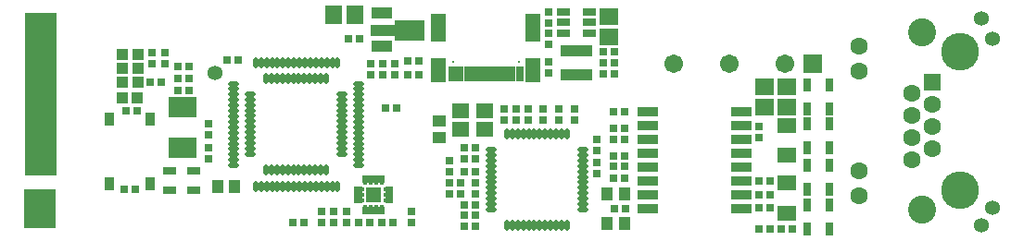
<source format=gts>
G04*
G04 #@! TF.GenerationSoftware,Altium Limited,Altium Designer,18.1.7 (191)*
G04*
G04 Layer_Color=8388736*
%FSLAX44Y44*%
%MOMM*%
G71*
G01*
G75*
%ADD47R,2.8750X3.6750*%
%ADD48R,2.8750X14.9250*%
%ADD49R,0.8032X0.8032*%
%ADD50R,2.8032X1.9032*%
%ADD51R,1.9032X1.1032*%
%ADD52R,2.7032X1.1032*%
%ADD53R,0.6532X1.2032*%
%ADD54R,1.7032X1.5032*%
%ADD55R,0.8032X0.8032*%
%ADD56R,1.2032X0.7532*%
%ADD57R,1.2032X0.7532*%
%ADD58R,2.9032X1.0032*%
%ADD59R,1.0032X1.0032*%
%ADD60R,1.2032X0.6532*%
%ADD61R,1.7032X1.4032*%
%ADD62R,1.1332X1.1832*%
%ADD63R,0.4832X0.4832*%
%ADD64O,0.4832X0.8632*%
%ADD65O,0.8632X0.4832*%
%ADD66R,1.4532X1.4532*%
%ADD67R,1.5032X1.7032*%
%ADD68R,2.4532X0.5532*%
%ADD69R,0.8032X1.3532*%
%ADD70R,0.5032X1.3532*%
%ADD71R,0.9032X1.3032*%
G04:AMPARAMS|DCode=72|XSize=0.5032mm|YSize=1.0032mm|CornerRadius=0.1766mm|HoleSize=0mm|Usage=FLASHONLY|Rotation=180.000|XOffset=0mm|YOffset=0mm|HoleType=Round|Shape=RoundedRectangle|*
%AMROUNDEDRECTD72*
21,1,0.5032,0.6500,0,0,180.0*
21,1,0.1500,1.0032,0,0,180.0*
1,1,0.3532,-0.0750,0.3250*
1,1,0.3532,0.0750,0.3250*
1,1,0.3532,0.0750,-0.3250*
1,1,0.3532,-0.0750,-0.3250*
%
%ADD72ROUNDEDRECTD72*%
G04:AMPARAMS|DCode=73|XSize=0.5032mm|YSize=1.0032mm|CornerRadius=0.1766mm|HoleSize=0mm|Usage=FLASHONLY|Rotation=90.000|XOffset=0mm|YOffset=0mm|HoleType=Round|Shape=RoundedRectangle|*
%AMROUNDEDRECTD73*
21,1,0.5032,0.6500,0,0,90.0*
21,1,0.1500,1.0032,0,0,90.0*
1,1,0.3532,0.3250,0.0750*
1,1,0.3532,0.3250,-0.0750*
1,1,0.3532,-0.3250,-0.0750*
1,1,0.3532,-0.3250,0.0750*
%
%ADD73ROUNDEDRECTD73*%
%ADD74R,2.6032X1.9032*%
%ADD75R,1.1832X1.1332*%
%ADD76R,1.6032X1.4032*%
%ADD77R,1.8732X0.9632*%
%ADD78C,1.6012*%
%ADD79C,2.5582*%
%ADD80C,3.4532*%
%ADD81R,1.6012X1.6012*%
%ADD82C,1.7112*%
%ADD83R,1.7112X1.7112*%
%ADD84C,1.3552*%
%ADD85R,1.4032X2.2032*%
%ADD86R,1.4032X2.5032*%
%ADD87C,0.2032*%
D47*
X180125Y314125D02*
D03*
D48*
X180375Y419625D02*
D03*
D49*
X526080Y450000D02*
D03*
X515920D02*
D03*
X267080Y332000D02*
D03*
X256920D02*
D03*
X495920Y407000D02*
D03*
X506080D02*
D03*
X564080Y328000D02*
D03*
X553920D02*
D03*
X847080Y296000D02*
D03*
X836920D02*
D03*
X867080D02*
D03*
X856920D02*
D03*
X694920Y458000D02*
D03*
X705080D02*
D03*
X258420Y404000D02*
D03*
X268580D02*
D03*
X502080Y302000D02*
D03*
X491920D02*
D03*
X470920D02*
D03*
X481080D02*
D03*
X472080Y470000D02*
D03*
X461920D02*
D03*
X361080Y451000D02*
D03*
X350920D02*
D03*
X316080Y434000D02*
D03*
X305920D02*
D03*
Y423000D02*
D03*
X316080D02*
D03*
Y445000D02*
D03*
X305920D02*
D03*
X280920Y430000D02*
D03*
X291080D02*
D03*
X421080Y302000D02*
D03*
X410920D02*
D03*
X515920Y437000D02*
D03*
X526080D02*
D03*
X578080Y308000D02*
D03*
X567920D02*
D03*
X836920Y340000D02*
D03*
X847080D02*
D03*
X836920Y315000D02*
D03*
X847080D02*
D03*
X836920Y327000D02*
D03*
X847080D02*
D03*
X703920Y378000D02*
D03*
X714080D02*
D03*
X703920Y403000D02*
D03*
X714080D02*
D03*
X703920Y363000D02*
D03*
X714080D02*
D03*
X578080Y298000D02*
D03*
X567920D02*
D03*
X578080Y318000D02*
D03*
X567920D02*
D03*
Y370000D02*
D03*
X578080D02*
D03*
X567920Y360000D02*
D03*
X578080D02*
D03*
X703920Y353000D02*
D03*
X714080D02*
D03*
X715080Y314000D02*
D03*
X704920D02*
D03*
X714080Y342000D02*
D03*
X703920D02*
D03*
X714080Y388000D02*
D03*
X703920D02*
D03*
X564080Y338000D02*
D03*
X553920D02*
D03*
X578080Y348000D02*
D03*
X567920D02*
D03*
D50*
X518000Y478000D02*
D03*
D51*
X492000Y463000D02*
D03*
Y494000D02*
D03*
D52*
X496000Y478000D02*
D03*
D53*
X881000Y354000D02*
D03*
Y332000D02*
D03*
X901000Y354000D02*
D03*
Y332000D02*
D03*
Y318000D02*
D03*
Y296000D02*
D03*
X881000Y318000D02*
D03*
Y296000D02*
D03*
X901000Y406000D02*
D03*
Y428000D02*
D03*
X881000Y406000D02*
D03*
Y428000D02*
D03*
X901000Y370000D02*
D03*
Y392000D02*
D03*
X881000Y370000D02*
D03*
Y392000D02*
D03*
D54*
X700000Y490500D02*
D03*
Y471500D02*
D03*
X842000Y407500D02*
D03*
Y426500D02*
D03*
X862000Y407500D02*
D03*
Y426500D02*
D03*
D55*
X645000Y475080D02*
D03*
Y464920D02*
D03*
Y495080D02*
D03*
Y484920D02*
D03*
X448000Y312080D02*
D03*
Y301920D02*
D03*
X334000Y359920D02*
D03*
Y370080D02*
D03*
X482000Y436920D02*
D03*
Y447080D02*
D03*
X437000Y312000D02*
D03*
Y301840D02*
D03*
X695000Y448080D02*
D03*
Y437920D02*
D03*
X705000Y448080D02*
D03*
Y437920D02*
D03*
X645000Y438920D02*
D03*
Y449080D02*
D03*
X504000Y447080D02*
D03*
Y436920D02*
D03*
X294000Y446920D02*
D03*
Y457080D02*
D03*
X282000Y446920D02*
D03*
Y457080D02*
D03*
X493000Y447080D02*
D03*
Y436920D02*
D03*
X334000Y381920D02*
D03*
Y392080D02*
D03*
X460000Y301920D02*
D03*
Y312080D02*
D03*
X519000D02*
D03*
Y301920D02*
D03*
X837000Y390080D02*
D03*
Y379920D02*
D03*
X578000Y327920D02*
D03*
Y338080D02*
D03*
X689000Y367920D02*
D03*
Y378080D02*
D03*
X554000Y347920D02*
D03*
Y358080D02*
D03*
X604000Y395920D02*
D03*
Y406080D02*
D03*
X615000Y395920D02*
D03*
Y406080D02*
D03*
X626000D02*
D03*
Y395920D02*
D03*
X640000D02*
D03*
Y406080D02*
D03*
X654000Y395920D02*
D03*
Y406080D02*
D03*
X668000Y396000D02*
D03*
Y406160D02*
D03*
X689000Y346920D02*
D03*
Y357080D02*
D03*
D56*
X682000Y475500D02*
D03*
D57*
Y485000D02*
D03*
Y494500D02*
D03*
X658000D02*
D03*
Y475500D02*
D03*
Y485000D02*
D03*
D58*
X670000Y437000D02*
D03*
Y459000D02*
D03*
D59*
X269000Y416000D02*
D03*
X255000D02*
D03*
X269300Y430000D02*
D03*
X255300D02*
D03*
X269300Y443000D02*
D03*
X255300D02*
D03*
X269300Y456000D02*
D03*
X255300D02*
D03*
D60*
X298500Y331500D02*
D03*
X320500D02*
D03*
X298500Y349000D02*
D03*
X320500D02*
D03*
D61*
X862000Y390954D02*
D03*
Y363046D02*
D03*
Y310046D02*
D03*
Y337954D02*
D03*
D62*
X698300Y328000D02*
D03*
X713700D02*
D03*
X698300Y301000D02*
D03*
X713700D02*
D03*
X342300Y335000D02*
D03*
X357700D02*
D03*
D63*
X492350Y311810D02*
D03*
X487350D02*
D03*
X482350D02*
D03*
X477350D02*
D03*
X469700Y321746D02*
D03*
Y326746D02*
D03*
Y331746D02*
D03*
X477350Y342110D02*
D03*
X482350D02*
D03*
X487350D02*
D03*
X492350D02*
D03*
X500000Y332000D02*
D03*
Y327000D02*
D03*
Y322000D02*
D03*
D64*
X492350Y313710D02*
D03*
X487350D02*
D03*
X482350D02*
D03*
X477350D02*
D03*
Y340210D02*
D03*
X482350D02*
D03*
X487350D02*
D03*
X492350D02*
D03*
D65*
X471600Y321746D02*
D03*
Y326746D02*
D03*
Y331746D02*
D03*
X498100Y332000D02*
D03*
Y327000D02*
D03*
Y322000D02*
D03*
D66*
X484850Y326960D02*
D03*
D67*
X448500Y492000D02*
D03*
X467500D02*
D03*
D68*
X181000Y457500D02*
D03*
Y452500D02*
D03*
Y447500D02*
D03*
Y442500D02*
D03*
Y302500D02*
D03*
Y307500D02*
D03*
Y312500D02*
D03*
Y317500D02*
D03*
Y322500D02*
D03*
Y327500D02*
D03*
Y352500D02*
D03*
Y357500D02*
D03*
Y362500D02*
D03*
Y367500D02*
D03*
Y372500D02*
D03*
Y377500D02*
D03*
Y382500D02*
D03*
Y387500D02*
D03*
Y392500D02*
D03*
Y397500D02*
D03*
Y402500D02*
D03*
Y407500D02*
D03*
Y412500D02*
D03*
Y417500D02*
D03*
Y422500D02*
D03*
Y427500D02*
D03*
Y432500D02*
D03*
Y437500D02*
D03*
Y462500D02*
D03*
Y487500D02*
D03*
Y482500D02*
D03*
Y477500D02*
D03*
Y472500D02*
D03*
Y467500D02*
D03*
D69*
X618300Y437600D02*
D03*
X610800D02*
D03*
X563800Y437570D02*
D03*
X556300Y437600D02*
D03*
D70*
X604800D02*
D03*
X599800D02*
D03*
X594800D02*
D03*
X589800D02*
D03*
X584800Y437570D02*
D03*
X579800Y437600D02*
D03*
X574800D02*
D03*
X569800D02*
D03*
D71*
X280500Y337500D02*
D03*
Y396500D02*
D03*
X243500D02*
D03*
Y337500D02*
D03*
D72*
X452000Y448500D02*
D03*
X447000D02*
D03*
X442000D02*
D03*
X437000D02*
D03*
X432000D02*
D03*
X427000D02*
D03*
X422000D02*
D03*
X417000D02*
D03*
X412000D02*
D03*
X407000D02*
D03*
X402000D02*
D03*
X397000D02*
D03*
X392000D02*
D03*
X387000D02*
D03*
X382000D02*
D03*
X377000D02*
D03*
X452000Y334500D02*
D03*
X447000D02*
D03*
X442000D02*
D03*
X437000D02*
D03*
X432000D02*
D03*
X427000D02*
D03*
X422000D02*
D03*
X417000D02*
D03*
X412000D02*
D03*
X407000D02*
D03*
X402000D02*
D03*
X397000D02*
D03*
X392000D02*
D03*
X387000D02*
D03*
X382000D02*
D03*
X377000D02*
D03*
X386500Y350250D02*
D03*
X391500D02*
D03*
X396500D02*
D03*
X401500D02*
D03*
X406500D02*
D03*
X411500D02*
D03*
X416500D02*
D03*
X421500D02*
D03*
X426500D02*
D03*
X431500D02*
D03*
X436500D02*
D03*
X441500D02*
D03*
X386500Y433750D02*
D03*
X391500D02*
D03*
X396500D02*
D03*
X401500D02*
D03*
X406500D02*
D03*
X411500D02*
D03*
X416500D02*
D03*
X421500D02*
D03*
X426500D02*
D03*
X431500D02*
D03*
X436500D02*
D03*
X441500D02*
D03*
X661500Y382750D02*
D03*
X656500D02*
D03*
X651500D02*
D03*
X646500D02*
D03*
X641500D02*
D03*
X636500D02*
D03*
X631500D02*
D03*
X626500D02*
D03*
X621500D02*
D03*
X616500D02*
D03*
X611500D02*
D03*
X606500D02*
D03*
X661500Y299250D02*
D03*
X656500D02*
D03*
X651500D02*
D03*
X646500D02*
D03*
X641500D02*
D03*
X636500D02*
D03*
X631500D02*
D03*
X626500D02*
D03*
X621500D02*
D03*
X616500D02*
D03*
X611500D02*
D03*
X606500D02*
D03*
D73*
X471500Y354000D02*
D03*
Y359000D02*
D03*
Y364000D02*
D03*
Y369000D02*
D03*
Y374000D02*
D03*
Y379000D02*
D03*
Y384000D02*
D03*
Y389000D02*
D03*
Y394000D02*
D03*
Y399000D02*
D03*
Y404000D02*
D03*
Y409000D02*
D03*
Y414000D02*
D03*
Y419000D02*
D03*
Y424000D02*
D03*
Y429000D02*
D03*
X357080Y354000D02*
D03*
Y359000D02*
D03*
Y364000D02*
D03*
Y369000D02*
D03*
Y374000D02*
D03*
Y379000D02*
D03*
Y384000D02*
D03*
Y389000D02*
D03*
Y394000D02*
D03*
Y399000D02*
D03*
Y404000D02*
D03*
Y409000D02*
D03*
Y414000D02*
D03*
Y419000D02*
D03*
Y424000D02*
D03*
Y429000D02*
D03*
X372250Y419500D02*
D03*
X372250Y414500D02*
D03*
X372250Y409500D02*
D03*
X372250Y404500D02*
D03*
Y399500D02*
D03*
Y394500D02*
D03*
Y389500D02*
D03*
Y384500D02*
D03*
X372250Y379500D02*
D03*
X372250Y374500D02*
D03*
Y369500D02*
D03*
Y364500D02*
D03*
X455750Y419500D02*
D03*
Y414500D02*
D03*
Y409500D02*
D03*
Y404500D02*
D03*
Y399500D02*
D03*
Y394500D02*
D03*
Y389500D02*
D03*
Y384500D02*
D03*
Y379500D02*
D03*
Y374500D02*
D03*
Y369500D02*
D03*
Y364500D02*
D03*
X675750Y313500D02*
D03*
X675750Y318500D02*
D03*
X675750Y323500D02*
D03*
X675750Y328500D02*
D03*
Y333500D02*
D03*
Y338500D02*
D03*
Y343500D02*
D03*
Y348500D02*
D03*
X675750Y353500D02*
D03*
X675750Y358500D02*
D03*
Y363500D02*
D03*
Y368500D02*
D03*
X592250Y313500D02*
D03*
Y318500D02*
D03*
Y323500D02*
D03*
Y328500D02*
D03*
Y333500D02*
D03*
Y338500D02*
D03*
Y343500D02*
D03*
Y348500D02*
D03*
Y353500D02*
D03*
Y358500D02*
D03*
Y363500D02*
D03*
Y368500D02*
D03*
D74*
X310600Y407500D02*
D03*
Y370500D02*
D03*
D75*
X545000Y394700D02*
D03*
Y379300D02*
D03*
D76*
X586000Y387000D02*
D03*
Y404000D02*
D03*
X564000D02*
D03*
Y387000D02*
D03*
D77*
X735350Y403450D02*
D03*
Y390750D02*
D03*
Y378050D02*
D03*
Y365350D02*
D03*
Y352650D02*
D03*
Y339950D02*
D03*
Y327250D02*
D03*
Y314550D02*
D03*
X820650D02*
D03*
Y327250D02*
D03*
Y339950D02*
D03*
Y352650D02*
D03*
Y365350D02*
D03*
Y378050D02*
D03*
Y390750D02*
D03*
Y403450D02*
D03*
D78*
X928700Y440500D02*
D03*
Y463400D02*
D03*
Y349100D02*
D03*
Y326200D02*
D03*
X977000Y359200D02*
D03*
X994800Y369400D02*
D03*
X977000Y379600D02*
D03*
X994800Y389800D02*
D03*
X977000Y400000D02*
D03*
X994800Y410200D02*
D03*
X977000Y420400D02*
D03*
D79*
X985900Y476100D02*
D03*
Y313500D02*
D03*
D80*
X1020200Y458300D02*
D03*
Y331300D02*
D03*
D81*
X994800Y430600D02*
D03*
D82*
X759200Y447680D02*
D03*
X810000D02*
D03*
X860800D02*
D03*
D83*
X886200D02*
D03*
D84*
X1040000Y299000D02*
D03*
Y489000D02*
D03*
X340000Y439000D02*
D03*
X1050000Y315000D02*
D03*
Y470000D02*
D03*
D85*
X630500Y441400D02*
D03*
X544000D02*
D03*
D86*
X630500Y480000D02*
D03*
X544000D02*
D03*
D87*
X617300Y448570D02*
D03*
X557300D02*
D03*
M02*

</source>
